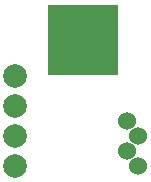
<source format=gbr>
G04 EAGLE Gerber RS-274X export*
G75*
%MOMM*%
%FSLAX34Y34*%
%LPD*%
%INSoldermask Top*%
%IPPOS*%
%AMOC8*
5,1,8,0,0,1.08239X$1,22.5*%
G01*
%ADD10R,5.969000X5.969000*%
%ADD11C,1.527000*%
%ADD12C,2.006600*%


D10*
X73660Y123190D03*
D11*
X120570Y16510D03*
X110570Y29210D03*
X120570Y41910D03*
X110570Y54610D03*
D12*
X16510Y92710D03*
X16510Y67310D03*
X16510Y41910D03*
X16510Y16510D03*
M02*

</source>
